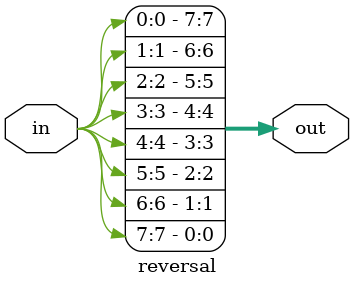
<source format=v>
module reversal( 
    input [7:0] in,
    output [7:0] out
);
    assign out[7:0]= {in[0],in[1],in[2],in[3],in[4],in[5],in[6],in[7]};
    //or assign {out[0],out[1],out[2],out[3],out[4],out[5],out[6],out[7]} = in; is correct
    //but assign out= {in[0],in[1],in[2],in[3],in[4],in[5],in[6],in[7]}; is wrong
    //as it will lead to default correspondence

endmodule
</source>
